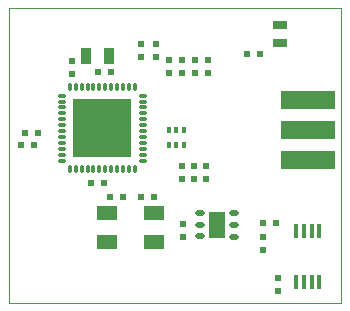
<source format=gtp>
G04 (created by PCBNEW (22-Jun-2014 BZR 4027)-stable) date Fri 19 Dec 2014 12:55:31 PM EET*
%MOIN*%
G04 Gerber Fmt 3.4, Leading zero omitted, Abs format*
%FSLAX34Y34*%
G01*
G70*
G90*
G04 APERTURE LIST*
%ADD10C,0.00590551*%
%ADD11C,0.0039*%
%ADD12O,0.011X0.0315*%
%ADD13O,0.0315X0.011*%
%ADD14R,0.1969X0.1969*%
%ADD15R,0.035X0.055*%
%ADD16R,0.0709X0.0472*%
%ADD17R,0.0197X0.0236*%
%ADD18R,0.0236X0.0197*%
%ADD19R,0.015X0.05*%
%ADD20R,0.011811X0.023622*%
%ADD21R,0.18X0.06*%
%ADD22R,0.045X0.025*%
%ADD23R,0.0551181X0.0905512*%
%ADD24O,0.0334646X0.0177165*%
G04 APERTURE END LIST*
G54D10*
G54D11*
X19409Y-13661D02*
X30472Y-13661D01*
X19409Y-23504D02*
X19646Y-23504D01*
X19409Y-13661D02*
X19409Y-23504D01*
X30472Y-23504D02*
X19646Y-23504D01*
X30472Y-23465D02*
X30472Y-23504D01*
X30472Y-23386D02*
X30472Y-23465D01*
X30472Y-13661D02*
X30472Y-23386D01*
G54D12*
X23406Y-16319D03*
X23603Y-16319D03*
X23210Y-16319D03*
X23013Y-16319D03*
X22620Y-16319D03*
X22817Y-16319D03*
X21636Y-16319D03*
X21439Y-16319D03*
X21832Y-16319D03*
X22029Y-16319D03*
X22422Y-16319D03*
X22225Y-16319D03*
G54D13*
X23878Y-17970D03*
X23878Y-17773D03*
X23878Y-18166D03*
X23878Y-18363D03*
X23878Y-18756D03*
X23878Y-18559D03*
X23878Y-17378D03*
X23878Y-17575D03*
X23878Y-17182D03*
X23878Y-16985D03*
X23878Y-16592D03*
X23878Y-16789D03*
X21162Y-16789D03*
X21162Y-16592D03*
X21162Y-16985D03*
X21162Y-17182D03*
X21162Y-17575D03*
X21162Y-17378D03*
X21162Y-18559D03*
X21162Y-18756D03*
X21162Y-18363D03*
X21162Y-18166D03*
X21162Y-17773D03*
X21162Y-17970D03*
G54D12*
X22225Y-19035D03*
X22422Y-19035D03*
X22029Y-19035D03*
X21832Y-19035D03*
X21439Y-19035D03*
X21636Y-19035D03*
X22817Y-19035D03*
X22620Y-19035D03*
X23013Y-19035D03*
X23210Y-19035D03*
X23603Y-19035D03*
X23406Y-19035D03*
G54D14*
X22520Y-17677D03*
G54D15*
X21987Y-15276D03*
X22737Y-15276D03*
G54D16*
X24252Y-20512D03*
X22678Y-21456D03*
X22678Y-20512D03*
X24252Y-21456D03*
G54D17*
X26041Y-15847D03*
X26041Y-15414D03*
X24741Y-15413D03*
X24741Y-15846D03*
X25966Y-19374D03*
X25966Y-18941D03*
G54D18*
X19822Y-18228D03*
X20255Y-18228D03*
G54D17*
X25572Y-19374D03*
X25572Y-18941D03*
X25607Y-15847D03*
X25607Y-15414D03*
X25179Y-19374D03*
X25179Y-18941D03*
X25174Y-15847D03*
X25174Y-15414D03*
G54D18*
X23799Y-19961D03*
X24232Y-19961D03*
G54D17*
X24300Y-15317D03*
X24300Y-14884D03*
G54D18*
X23209Y-19961D03*
X22776Y-19961D03*
X22145Y-19488D03*
X22578Y-19488D03*
X22798Y-15817D03*
X22365Y-15817D03*
G54D17*
X21496Y-15886D03*
X21496Y-15453D03*
G54D18*
X19940Y-17835D03*
X20373Y-17835D03*
G54D17*
X28386Y-22657D03*
X28386Y-23090D03*
X27874Y-21318D03*
X27874Y-21751D03*
G54D19*
X28986Y-22819D03*
X29242Y-22819D03*
X29498Y-22819D03*
X29754Y-22819D03*
X29754Y-21119D03*
X29498Y-21119D03*
X29242Y-21119D03*
X28986Y-21119D03*
G54D18*
X27893Y-20827D03*
X28326Y-20827D03*
G54D17*
X23800Y-15317D03*
X23800Y-14884D03*
G54D20*
X25249Y-17740D03*
X24993Y-17740D03*
X24737Y-17740D03*
X24737Y-18232D03*
X24993Y-18232D03*
X25249Y-18232D03*
G54D21*
X29394Y-16750D03*
X29394Y-17750D03*
X29394Y-18750D03*
X29394Y-18750D03*
X29394Y-16750D03*
G54D22*
X28450Y-14250D03*
X28450Y-14850D03*
G54D18*
X27333Y-15200D03*
X27766Y-15200D03*
G54D17*
X25200Y-21317D03*
X25200Y-20884D03*
G54D23*
X26350Y-20900D03*
G54D24*
X26920Y-21293D03*
X26920Y-20900D03*
X26920Y-20506D03*
X25779Y-20506D03*
X25779Y-20900D03*
X25779Y-21274D03*
M02*

</source>
